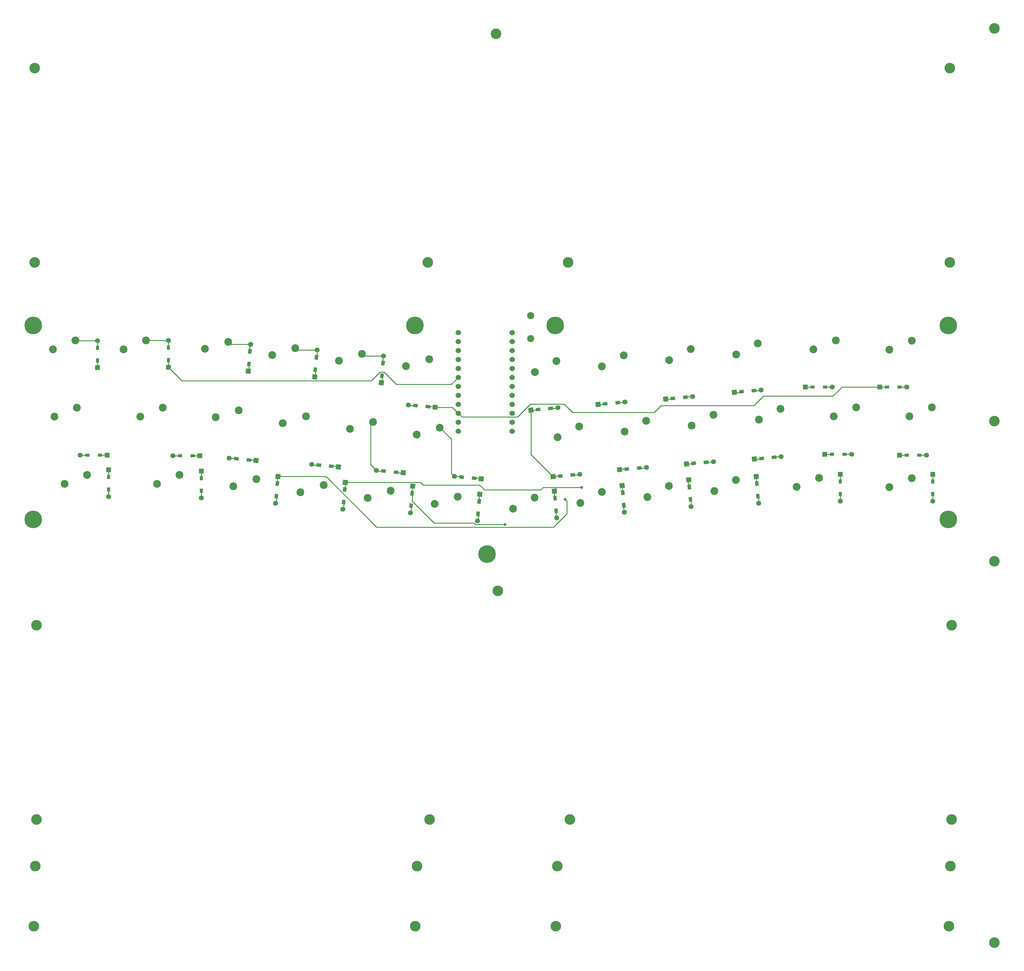
<source format=gtl>
%TF.GenerationSoftware,KiCad,Pcbnew,(5.1.6-0-10_14)*%
%TF.CreationDate,2020-09-01T22:17:50+09:00*%
%TF.ProjectId,cool836,636f6f6c-3833-4362-9e6b-696361645f70,rev?*%
%TF.SameCoordinates,Original*%
%TF.FileFunction,Copper,L1,Top*%
%TF.FilePolarity,Positive*%
%FSLAX46Y46*%
G04 Gerber Fmt 4.6, Leading zero omitted, Abs format (unit mm)*
G04 Created by KiCad (PCBNEW (5.1.6-0-10_14)) date 2020-09-01 22:17:50*
%MOMM*%
%LPD*%
G01*
G04 APERTURE LIST*
%TA.AperFunction,WasherPad*%
%ADD10C,3.000000*%
%TD*%
%TA.AperFunction,WasherPad*%
%ADD11C,5.000000*%
%TD*%
%TA.AperFunction,ComponentPad*%
%ADD12C,1.524000*%
%TD*%
%TA.AperFunction,ComponentPad*%
%ADD13C,2.200000*%
%TD*%
%TA.AperFunction,SMDPad,CuDef*%
%ADD14R,0.950000X1.300000*%
%TD*%
%TA.AperFunction,ComponentPad*%
%ADD15C,1.397000*%
%TD*%
%TA.AperFunction,ComponentPad*%
%ADD16R,1.397000X1.397000*%
%TD*%
%TA.AperFunction,SMDPad,CuDef*%
%ADD17C,0.100000*%
%TD*%
%TA.AperFunction,ComponentPad*%
%ADD18C,0.100000*%
%TD*%
%TA.AperFunction,SMDPad,CuDef*%
%ADD19R,1.300000X0.950000*%
%TD*%
%TA.AperFunction,ComponentPad*%
%ADD20C,2.000000*%
%TD*%
%TA.AperFunction,ViaPad*%
%ADD21C,0.800000*%
%TD*%
%TA.AperFunction,Conductor*%
%ADD22C,0.250000*%
%TD*%
G04 APERTURE END LIST*
D10*
%TO.P,REF\u002A\u002A,*%
%TO.N,*%
X198000000Y-81125000D03*
%TD*%
%TO.P,REF\u002A\u002A,*%
%TO.N,*%
X309275000Y-81125000D03*
%TD*%
%TO.P,REF\u002A\u002A,*%
%TO.N,*%
X158275000Y-81125000D03*
%TD*%
%TO.P,REF\u002A\u002A,*%
%TO.N,*%
X50275000Y-81125000D03*
%TD*%
%TO.P,REF\u002A\u002A,*%
%TO.N,*%
X322175000Y61950000D03*
%TD*%
%TO.P,REF\u002A\u002A,*%
%TO.N,*%
X322175000Y173225000D03*
%TD*%
%TO.P,REF\u002A\u002A,*%
%TO.N,*%
X322175000Y22225000D03*
%TD*%
%TO.P,REF\u002A\u002A,*%
%TO.N,*%
X322175000Y-85775000D03*
%TD*%
%TO.P,REF\u002A\u002A,*%
%TO.N,*%
X158725000Y-64100000D03*
%TD*%
%TO.P,REF\u002A\u002A,*%
%TO.N,*%
X50725000Y-64100000D03*
%TD*%
%TO.P,REF\u002A\u002A,*%
%TO.N,*%
X309725000Y-64100000D03*
%TD*%
%TO.P,REF\u002A\u002A,*%
%TO.N,*%
X198450000Y-64100000D03*
%TD*%
%TO.P,REF\u002A\u002A,*%
%TO.N,*%
X51050000Y4125000D03*
%TD*%
%TO.P,REF\u002A\u002A,*%
%TO.N,*%
X51050000Y-50875000D03*
%TD*%
%TO.P,REF\u002A\u002A,*%
%TO.N,*%
X202050000Y-50875000D03*
%TD*%
%TO.P,REF\u002A\u002A,*%
%TO.N,*%
X162325000Y-50875000D03*
%TD*%
%TO.P,REF\u002A\u002A,*%
%TO.N,*%
X181650000Y13885000D03*
%TD*%
%TO.P,REF\u002A\u002A,*%
%TO.N,*%
X310050000Y4125000D03*
%TD*%
%TO.P,REF\u002A\u002A,*%
%TO.N,*%
X310050000Y-50875000D03*
%TD*%
%TO.P,REF\u002A\u002A,*%
%TO.N,*%
X309525000Y106950000D03*
%TD*%
%TO.P,REF\u002A\u002A,*%
%TO.N,*%
X309525000Y161950000D03*
%TD*%
%TO.P,REF\u002A\u002A,*%
%TO.N,*%
X181125000Y171710000D03*
%TD*%
%TO.P,REF\u002A\u002A,*%
%TO.N,*%
X201525000Y106950000D03*
%TD*%
%TO.P,REF\u002A\u002A,*%
%TO.N,*%
X161800000Y106950000D03*
%TD*%
%TO.P,REF\u002A\u002A,*%
%TO.N,*%
X50525000Y106950000D03*
%TD*%
%TO.P,REF\u002A\u002A,*%
%TO.N,*%
X50525000Y161950000D03*
%TD*%
D11*
%TO.P,REF\u002A\u002A,*%
%TO.N,*%
X197850000Y89075000D03*
%TD*%
D12*
%TO.P,U1,1*%
%TO.N,Net-(U1-Pad1)*%
X170413600Y87053000D03*
%TO.P,U1,2*%
%TO.N,Net-(U1-Pad2)*%
X170413600Y84513000D03*
%TO.P,U1,3*%
%TO.N,GND*%
X170413600Y81973000D03*
%TO.P,U1,4*%
X170413600Y79433000D03*
%TO.P,U1,5*%
%TO.N,col0*%
X170413600Y76893000D03*
%TO.P,U1,6*%
%TO.N,row1*%
X170413600Y74353000D03*
%TO.P,U1,7*%
%TO.N,Net-(U1-Pad7)*%
X170413600Y71813000D03*
%TO.P,U1,8*%
%TO.N,row3*%
X170413600Y69273000D03*
%TO.P,U1,9*%
%TO.N,row4*%
X170413600Y66733000D03*
%TO.P,U1,10*%
%TO.N,row5*%
X170413600Y64193000D03*
%TO.P,U1,11*%
%TO.N,col2*%
X170413600Y61653000D03*
%TO.P,U1,12*%
%TO.N,col1*%
X170413600Y59113000D03*
%TO.P,U1,13*%
%TO.N,col5*%
X185633600Y59113000D03*
%TO.P,U1,14*%
%TO.N,row2*%
X185633600Y61653000D03*
%TO.P,U1,15*%
%TO.N,Net-(U1-Pad15)*%
X185633600Y64193000D03*
%TO.P,U1,16*%
%TO.N,col4*%
X185633600Y66733000D03*
%TO.P,U1,17*%
%TO.N,Net-(U1-Pad17)*%
X185633600Y69273000D03*
%TO.P,U1,18*%
%TO.N,Net-(U1-Pad18)*%
X185633600Y71813000D03*
%TO.P,U1,19*%
%TO.N,row0*%
X185633600Y74353000D03*
%TO.P,U1,20*%
%TO.N,col3*%
X185633600Y76893000D03*
%TO.P,U1,21*%
%TO.N,VCC*%
X185633600Y79433000D03*
%TO.P,U1,22*%
%TO.N,reset*%
X185633600Y81973000D03*
%TO.P,U1,23*%
%TO.N,GND*%
X185633600Y84513000D03*
%TO.P,U1,24*%
%TO.N,Net-(U1-Pad24)*%
X185633600Y87053000D03*
%TD*%
D11*
%TO.P,REF\u002A\u002A,*%
%TO.N,*%
X178525000Y24325000D03*
%TD*%
%TO.P,REF\u002A\u002A,*%
%TO.N,*%
X50125000Y34075000D03*
%TD*%
%TO.P,REF\u002A\u002A,*%
%TO.N,*%
X50125000Y89075000D03*
%TD*%
%TO.P,REF\u002A\u002A,*%
%TO.N,*%
X158125000Y89075000D03*
%TD*%
%TO.P,REF\u002A\u002A,*%
%TO.N,*%
X309125000Y34075000D03*
%TD*%
%TO.P,REF\u002A\u002A,*%
%TO.N,*%
X309125000Y89075000D03*
%TD*%
D13*
%TO.P,SW1,1*%
%TO.N,col0*%
X55715000Y82315000D03*
%TO.P,SW1,2*%
%TO.N,Net-(D1-Pad2)*%
X62065000Y84855000D03*
%TD*%
%TO.P,SW7,2*%
%TO.N,Net-(D7-Pad2)*%
X62465000Y65755000D03*
%TO.P,SW7,1*%
%TO.N,col1*%
X56115000Y63215000D03*
%TD*%
D14*
%TO.P,D1,2*%
%TO.N,Net-(D1-Pad2)*%
X68325000Y82675000D03*
D15*
X68325000Y84710000D03*
D16*
%TO.P,D1,1*%
%TO.N,row0*%
X68325000Y77090000D03*
D14*
X68325000Y79125000D03*
%TD*%
%TO.P,D2,2*%
%TO.N,Net-(D2-Pad2)*%
X88400000Y82825000D03*
D15*
X88400000Y84860000D03*
D16*
%TO.P,D2,1*%
%TO.N,row1*%
X88400000Y77240000D03*
D14*
X88400000Y79275000D03*
%TD*%
%TA.AperFunction,SMDPad,CuDef*%
D17*
%TO.P,D3,2*%
%TO.N,Net-(D3-Pad2)*%
G36*
X111871242Y80979320D02*
G01*
X110924857Y81062118D01*
X111038160Y82357172D01*
X111984545Y82274374D01*
X111871242Y80979320D01*
G37*
%TD.AperFunction*%
D15*
X111632063Y83695502D03*
%TA.AperFunction,ComponentPad*%
D18*
%TO.P,D3,1*%
%TO.N,row2*%
G36*
X111602901Y75347778D02*
G01*
X110211217Y75469534D01*
X110332973Y76861218D01*
X111724657Y76739462D01*
X111602901Y75347778D01*
G37*
%TD.AperFunction*%
%TA.AperFunction,SMDPad,CuDef*%
D17*
G36*
X111561840Y77442828D02*
G01*
X110615455Y77525626D01*
X110728758Y78820680D01*
X111675143Y78737882D01*
X111561840Y77442828D01*
G37*
%TD.AperFunction*%
%TD*%
%TA.AperFunction,SMDPad,CuDef*%
%TO.P,D4,2*%
%TO.N,Net-(D4-Pad2)*%
G36*
X130696242Y79354320D02*
G01*
X129749857Y79437118D01*
X129863160Y80732172D01*
X130809545Y80649374D01*
X130696242Y79354320D01*
G37*
%TD.AperFunction*%
D15*
X130457063Y82070502D03*
%TA.AperFunction,ComponentPad*%
D18*
%TO.P,D4,1*%
%TO.N,row3*%
G36*
X130427901Y73722778D02*
G01*
X129036217Y73844534D01*
X129157973Y75236218D01*
X130549657Y75114462D01*
X130427901Y73722778D01*
G37*
%TD.AperFunction*%
%TA.AperFunction,SMDPad,CuDef*%
D17*
G36*
X130386840Y75817828D02*
G01*
X129440455Y75900626D01*
X129553758Y77195680D01*
X130500143Y77112882D01*
X130386840Y75817828D01*
G37*
%TD.AperFunction*%
%TD*%
%TA.AperFunction,SMDPad,CuDef*%
%TO.P,D5,2*%
%TO.N,Net-(D5-Pad2)*%
G36*
X149546242Y77704320D02*
G01*
X148599857Y77787118D01*
X148713160Y79082172D01*
X149659545Y78999374D01*
X149546242Y77704320D01*
G37*
%TD.AperFunction*%
D15*
X149307063Y80420502D03*
%TA.AperFunction,ComponentPad*%
D18*
%TO.P,D5,1*%
%TO.N,row4*%
G36*
X149277901Y72072778D02*
G01*
X147886217Y72194534D01*
X148007973Y73586218D01*
X149399657Y73464462D01*
X149277901Y72072778D01*
G37*
%TD.AperFunction*%
%TA.AperFunction,SMDPad,CuDef*%
D17*
G36*
X149236840Y74167828D02*
G01*
X148290455Y74250626D01*
X148403758Y75545680D01*
X149350143Y75462882D01*
X149236840Y74167828D01*
G37*
%TD.AperFunction*%
%TD*%
%TA.AperFunction,SMDPad,CuDef*%
%TO.P,D6,2*%
%TO.N,Net-(D6-Pad2)*%
G36*
X158995680Y66796242D02*
G01*
X158912882Y65849857D01*
X157617828Y65963160D01*
X157700626Y66909545D01*
X158995680Y66796242D01*
G37*
%TD.AperFunction*%
D15*
X156279498Y66557063D03*
%TA.AperFunction,ComponentPad*%
D18*
%TO.P,D6,1*%
%TO.N,row5*%
G36*
X164627222Y66527901D02*
G01*
X164505466Y65136217D01*
X163113782Y65257973D01*
X163235538Y66649657D01*
X164627222Y66527901D01*
G37*
%TD.AperFunction*%
%TA.AperFunction,SMDPad,CuDef*%
D17*
G36*
X162532172Y66486840D02*
G01*
X162449374Y65540455D01*
X161154320Y65653758D01*
X161237118Y66600143D01*
X162532172Y66486840D01*
G37*
%TD.AperFunction*%
%TD*%
D19*
%TO.P,D7,1*%
%TO.N,row0*%
X69000000Y52275000D03*
D16*
X71035000Y52275000D03*
D15*
%TO.P,D7,2*%
%TO.N,Net-(D7-Pad2)*%
X63415000Y52275000D03*
D19*
X65450000Y52275000D03*
%TD*%
%TO.P,D8,1*%
%TO.N,row1*%
X95275000Y52100000D03*
D16*
X97310000Y52100000D03*
D15*
%TO.P,D8,2*%
%TO.N,Net-(D8-Pad2)*%
X89690000Y52100000D03*
D19*
X91725000Y52100000D03*
%TD*%
%TA.AperFunction,SMDPad,CuDef*%
D17*
%TO.P,D9,1*%
%TO.N,row2*%
G36*
X111857172Y51386840D02*
G01*
X111774374Y50440455D01*
X110479320Y50553758D01*
X110562118Y51500143D01*
X111857172Y51386840D01*
G37*
%TD.AperFunction*%
%TA.AperFunction,ComponentPad*%
D18*
G36*
X113952222Y51427901D02*
G01*
X113830466Y50036217D01*
X112438782Y50157973D01*
X112560538Y51549657D01*
X113952222Y51427901D01*
G37*
%TD.AperFunction*%
D15*
%TO.P,D9,2*%
%TO.N,Net-(D9-Pad2)*%
X105604498Y51457063D03*
%TA.AperFunction,SMDPad,CuDef*%
D17*
G36*
X108320680Y51696242D02*
G01*
X108237882Y50749857D01*
X106942828Y50863160D01*
X107025626Y51809545D01*
X108320680Y51696242D01*
G37*
%TD.AperFunction*%
%TD*%
%TA.AperFunction,SMDPad,CuDef*%
%TO.P,D10,1*%
%TO.N,row3*%
G36*
X135157172Y49586840D02*
G01*
X135074374Y48640455D01*
X133779320Y48753758D01*
X133862118Y49700143D01*
X135157172Y49586840D01*
G37*
%TD.AperFunction*%
%TA.AperFunction,ComponentPad*%
D18*
G36*
X137252222Y49627901D02*
G01*
X137130466Y48236217D01*
X135738782Y48357973D01*
X135860538Y49749657D01*
X137252222Y49627901D01*
G37*
%TD.AperFunction*%
D15*
%TO.P,D10,2*%
%TO.N,Net-(D10-Pad2)*%
X128904498Y49657063D03*
%TA.AperFunction,SMDPad,CuDef*%
D17*
G36*
X131620680Y49896242D02*
G01*
X131537882Y48949857D01*
X130242828Y49063160D01*
X130325626Y50009545D01*
X131620680Y49896242D01*
G37*
%TD.AperFunction*%
%TD*%
%TA.AperFunction,SMDPad,CuDef*%
%TO.P,D11,1*%
%TO.N,row4*%
G36*
X153507172Y47911840D02*
G01*
X153424374Y46965455D01*
X152129320Y47078758D01*
X152212118Y48025143D01*
X153507172Y47911840D01*
G37*
%TD.AperFunction*%
%TA.AperFunction,ComponentPad*%
D18*
G36*
X155602222Y47952901D02*
G01*
X155480466Y46561217D01*
X154088782Y46682973D01*
X154210538Y48074657D01*
X155602222Y47952901D01*
G37*
%TD.AperFunction*%
D15*
%TO.P,D11,2*%
%TO.N,Net-(D11-Pad2)*%
X147254498Y47982063D03*
%TA.AperFunction,SMDPad,CuDef*%
D17*
G36*
X149970680Y48221242D02*
G01*
X149887882Y47274857D01*
X148592828Y47388160D01*
X148675626Y48334545D01*
X149970680Y48221242D01*
G37*
%TD.AperFunction*%
%TD*%
%TA.AperFunction,SMDPad,CuDef*%
%TO.P,D12,2*%
%TO.N,Net-(D12-Pad2)*%
G36*
X172045680Y46521242D02*
G01*
X171962882Y45574857D01*
X170667828Y45688160D01*
X170750626Y46634545D01*
X172045680Y46521242D01*
G37*
%TD.AperFunction*%
D15*
X169329498Y46282063D03*
%TA.AperFunction,ComponentPad*%
D18*
%TO.P,D12,1*%
%TO.N,row5*%
G36*
X177677222Y46252901D02*
G01*
X177555466Y44861217D01*
X176163782Y44982973D01*
X176285538Y46374657D01*
X177677222Y46252901D01*
G37*
%TD.AperFunction*%
%TA.AperFunction,SMDPad,CuDef*%
D17*
G36*
X175582172Y46211840D02*
G01*
X175499374Y45265455D01*
X174204320Y45378758D01*
X174287118Y46325143D01*
X175582172Y46211840D01*
G37*
%TD.AperFunction*%
%TD*%
D14*
%TO.P,D13,2*%
%TO.N,Net-(D13-Pad2)*%
X71450000Y42550000D03*
D15*
X71450000Y40515000D03*
D16*
%TO.P,D13,1*%
%TO.N,row0*%
X71450000Y48135000D03*
D14*
X71450000Y46100000D03*
%TD*%
%TO.P,D14,2*%
%TO.N,Net-(D14-Pad2)*%
X97700000Y42250000D03*
D15*
X97700000Y40215000D03*
D16*
%TO.P,D14,1*%
%TO.N,row1*%
X97700000Y47835000D03*
D14*
X97700000Y45800000D03*
%TD*%
%TA.AperFunction,SMDPad,CuDef*%
D17*
%TO.P,D15,2*%
%TO.N,Net-(D15-Pad2)*%
G36*
X118503758Y41395680D02*
G01*
X119450143Y41312882D01*
X119336840Y40017828D01*
X118390455Y40100626D01*
X118503758Y41395680D01*
G37*
%TD.AperFunction*%
D15*
X118742937Y38679498D03*
%TA.AperFunction,ComponentPad*%
D18*
%TO.P,D15,1*%
%TO.N,row2*%
G36*
X118772099Y47027222D02*
G01*
X120163783Y46905466D01*
X120042027Y45513782D01*
X118650343Y45635538D01*
X118772099Y47027222D01*
G37*
%TD.AperFunction*%
%TA.AperFunction,SMDPad,CuDef*%
D17*
G36*
X118813160Y44932172D02*
G01*
X119759545Y44849374D01*
X119646242Y43554320D01*
X118699857Y43637118D01*
X118813160Y44932172D01*
G37*
%TD.AperFunction*%
%TD*%
%TA.AperFunction,SMDPad,CuDef*%
%TO.P,D16,2*%
%TO.N,Net-(D16-Pad2)*%
G36*
X137553758Y39720680D02*
G01*
X138500143Y39637882D01*
X138386840Y38342828D01*
X137440455Y38425626D01*
X137553758Y39720680D01*
G37*
%TD.AperFunction*%
D15*
X137792937Y37004498D03*
%TA.AperFunction,ComponentPad*%
D18*
%TO.P,D16,1*%
%TO.N,row3*%
G36*
X137822099Y45352222D02*
G01*
X139213783Y45230466D01*
X139092027Y43838782D01*
X137700343Y43960538D01*
X137822099Y45352222D01*
G37*
%TD.AperFunction*%
%TA.AperFunction,SMDPad,CuDef*%
D17*
G36*
X137863160Y43257172D02*
G01*
X138809545Y43174374D01*
X138696242Y41879320D01*
X137749857Y41962118D01*
X137863160Y43257172D01*
G37*
%TD.AperFunction*%
%TD*%
%TA.AperFunction,SMDPad,CuDef*%
%TO.P,D17,2*%
%TO.N,Net-(D17-Pad2)*%
G36*
X156628758Y38670680D02*
G01*
X157575143Y38587882D01*
X157461840Y37292828D01*
X156515455Y37375626D01*
X156628758Y38670680D01*
G37*
%TD.AperFunction*%
D15*
X156867937Y35954498D03*
%TA.AperFunction,ComponentPad*%
D18*
%TO.P,D17,1*%
%TO.N,row4*%
G36*
X156897099Y44302222D02*
G01*
X158288783Y44180466D01*
X158167027Y42788782D01*
X156775343Y42910538D01*
X156897099Y44302222D01*
G37*
%TD.AperFunction*%
%TA.AperFunction,SMDPad,CuDef*%
D17*
G36*
X156938160Y42207172D02*
G01*
X157884545Y42124374D01*
X157771242Y40829320D01*
X156824857Y40912118D01*
X156938160Y42207172D01*
G37*
%TD.AperFunction*%
%TD*%
%TA.AperFunction,SMDPad,CuDef*%
%TO.P,D18,1*%
%TO.N,row5*%
G36*
X175913160Y39907172D02*
G01*
X176859545Y39824374D01*
X176746242Y38529320D01*
X175799857Y38612118D01*
X175913160Y39907172D01*
G37*
%TD.AperFunction*%
%TA.AperFunction,ComponentPad*%
D18*
G36*
X175872099Y42002222D02*
G01*
X177263783Y41880466D01*
X177142027Y40488782D01*
X175750343Y40610538D01*
X175872099Y42002222D01*
G37*
%TD.AperFunction*%
D15*
%TO.P,D18,2*%
%TO.N,Net-(D18-Pad2)*%
X175842937Y33654498D03*
%TA.AperFunction,SMDPad,CuDef*%
D17*
G36*
X175603758Y36370680D02*
G01*
X176550143Y36287882D01*
X176436840Y34992828D01*
X175490455Y35075626D01*
X175603758Y36370680D01*
G37*
%TD.AperFunction*%
%TD*%
%TA.AperFunction,SMDPad,CuDef*%
%TO.P,D19,1*%
%TO.N,row0*%
G36*
X192418872Y64720156D02*
G01*
X192336074Y65666541D01*
X193631128Y65779844D01*
X193713926Y64833459D01*
X192418872Y64720156D01*
G37*
%TD.AperFunction*%
%TA.AperFunction,ComponentPad*%
D18*
G36*
X190362780Y64315918D02*
G01*
X190241024Y65707602D01*
X191632708Y65829358D01*
X191754464Y64437674D01*
X190362780Y64315918D01*
G37*
%TD.AperFunction*%
D15*
%TO.P,D19,2*%
%TO.N,Net-(D19-Pad2)*%
X198588748Y65736764D03*
%TA.AperFunction,SMDPad,CuDef*%
D17*
G36*
X195955364Y65029558D02*
G01*
X195872566Y65975943D01*
X197167620Y66089246D01*
X197250418Y65142861D01*
X195955364Y65029558D01*
G37*
%TD.AperFunction*%
%TD*%
%TA.AperFunction,SMDPad,CuDef*%
%TO.P,D20,1*%
%TO.N,row1*%
G36*
X211400626Y66340455D02*
G01*
X211317828Y67286840D01*
X212612882Y67400143D01*
X212695680Y66453758D01*
X211400626Y66340455D01*
G37*
%TD.AperFunction*%
%TA.AperFunction,ComponentPad*%
D18*
G36*
X209344534Y65936217D02*
G01*
X209222778Y67327901D01*
X210614462Y67449657D01*
X210736218Y66057973D01*
X209344534Y65936217D01*
G37*
%TD.AperFunction*%
D15*
%TO.P,D20,2*%
%TO.N,Net-(D20-Pad2)*%
X217570502Y67357063D03*
%TA.AperFunction,SMDPad,CuDef*%
D17*
G36*
X214937118Y66649857D02*
G01*
X214854320Y67596242D01*
X216149374Y67709545D01*
X216232172Y66763160D01*
X214937118Y66649857D01*
G37*
%TD.AperFunction*%
%TD*%
%TA.AperFunction,SMDPad,CuDef*%
%TO.P,D21,1*%
%TO.N,row2*%
G36*
X230550626Y67865455D02*
G01*
X230467828Y68811840D01*
X231762882Y68925143D01*
X231845680Y67978758D01*
X230550626Y67865455D01*
G37*
%TD.AperFunction*%
%TA.AperFunction,ComponentPad*%
D18*
G36*
X228494534Y67461217D02*
G01*
X228372778Y68852901D01*
X229764462Y68974657D01*
X229886218Y67582973D01*
X228494534Y67461217D01*
G37*
%TD.AperFunction*%
D15*
%TO.P,D21,2*%
%TO.N,Net-(D21-Pad2)*%
X236720502Y68882063D03*
%TA.AperFunction,SMDPad,CuDef*%
D17*
G36*
X234087118Y68174857D02*
G01*
X234004320Y69121242D01*
X235299374Y69234545D01*
X235382172Y68288160D01*
X234087118Y68174857D01*
G37*
%TD.AperFunction*%
%TD*%
%TA.AperFunction,SMDPad,CuDef*%
%TO.P,D22,1*%
%TO.N,row3*%
G36*
X249975626Y69765455D02*
G01*
X249892828Y70711840D01*
X251187882Y70825143D01*
X251270680Y69878758D01*
X249975626Y69765455D01*
G37*
%TD.AperFunction*%
%TA.AperFunction,ComponentPad*%
D18*
G36*
X247919534Y69361217D02*
G01*
X247797778Y70752901D01*
X249189462Y70874657D01*
X249311218Y69482973D01*
X247919534Y69361217D01*
G37*
%TD.AperFunction*%
D15*
%TO.P,D22,2*%
%TO.N,Net-(D22-Pad2)*%
X256145502Y70782063D03*
%TA.AperFunction,SMDPad,CuDef*%
D17*
G36*
X253512118Y70074857D02*
G01*
X253429320Y71021242D01*
X254724374Y71134545D01*
X254807172Y70188160D01*
X253512118Y70074857D01*
G37*
%TD.AperFunction*%
%TD*%
D19*
%TO.P,D23,1*%
%TO.N,row4*%
X270650000Y71625000D03*
D16*
X268615000Y71625000D03*
D15*
%TO.P,D23,2*%
%TO.N,Net-(D23-Pad2)*%
X276235000Y71625000D03*
D19*
X274200000Y71625000D03*
%TD*%
%TO.P,D24,2*%
%TO.N,Net-(D24-Pad2)*%
X295350000Y71625000D03*
D15*
X297385000Y71625000D03*
D16*
%TO.P,D24,1*%
%TO.N,row5*%
X289765000Y71625000D03*
D19*
X291800000Y71625000D03*
%TD*%
%TA.AperFunction,SMDPad,CuDef*%
D17*
%TO.P,D25,2*%
%TO.N,Net-(D25-Pad2)*%
G36*
X202212118Y46174857D02*
G01*
X202129320Y47121242D01*
X203424374Y47234545D01*
X203507172Y46288160D01*
X202212118Y46174857D01*
G37*
%TD.AperFunction*%
D15*
X204845502Y46882063D03*
%TA.AperFunction,ComponentPad*%
D18*
%TO.P,D25,1*%
%TO.N,row0*%
G36*
X196619534Y45461217D02*
G01*
X196497778Y46852901D01*
X197889462Y46974657D01*
X198011218Y45582973D01*
X196619534Y45461217D01*
G37*
%TD.AperFunction*%
%TA.AperFunction,SMDPad,CuDef*%
D17*
G36*
X198675626Y45865455D02*
G01*
X198592828Y46811840D01*
X199887882Y46925143D01*
X199970680Y45978758D01*
X198675626Y45865455D01*
G37*
%TD.AperFunction*%
%TD*%
%TA.AperFunction,SMDPad,CuDef*%
%TO.P,D26,2*%
%TO.N,Net-(D26-Pad2)*%
G36*
X221030364Y48154558D02*
G01*
X220947566Y49100943D01*
X222242620Y49214246D01*
X222325418Y48267861D01*
X221030364Y48154558D01*
G37*
%TD.AperFunction*%
D15*
X223663748Y48861764D03*
%TA.AperFunction,ComponentPad*%
D18*
%TO.P,D26,1*%
%TO.N,row1*%
G36*
X215437780Y47440918D02*
G01*
X215316024Y48832602D01*
X216707708Y48954358D01*
X216829464Y47562674D01*
X215437780Y47440918D01*
G37*
%TD.AperFunction*%
%TA.AperFunction,SMDPad,CuDef*%
D17*
G36*
X217493872Y47845156D02*
G01*
X217411074Y48791541D01*
X218706128Y48904844D01*
X218788926Y47958459D01*
X217493872Y47845156D01*
G37*
%TD.AperFunction*%
%TD*%
%TA.AperFunction,SMDPad,CuDef*%
%TO.P,D27,2*%
%TO.N,Net-(D27-Pad2)*%
G36*
X239980364Y49779558D02*
G01*
X239897566Y50725943D01*
X241192620Y50839246D01*
X241275418Y49892861D01*
X239980364Y49779558D01*
G37*
%TD.AperFunction*%
D15*
X242613748Y50486764D03*
%TA.AperFunction,ComponentPad*%
D18*
%TO.P,D27,1*%
%TO.N,row2*%
G36*
X234387780Y49065918D02*
G01*
X234266024Y50457602D01*
X235657708Y50579358D01*
X235779464Y49187674D01*
X234387780Y49065918D01*
G37*
%TD.AperFunction*%
%TA.AperFunction,SMDPad,CuDef*%
D17*
G36*
X236443872Y49470156D02*
G01*
X236361074Y50416541D01*
X237656128Y50529844D01*
X237738926Y49583459D01*
X236443872Y49470156D01*
G37*
%TD.AperFunction*%
%TD*%
%TA.AperFunction,SMDPad,CuDef*%
%TO.P,D28,2*%
%TO.N,Net-(D28-Pad2)*%
G36*
X259187118Y51174857D02*
G01*
X259104320Y52121242D01*
X260399374Y52234545D01*
X260482172Y51288160D01*
X259187118Y51174857D01*
G37*
%TD.AperFunction*%
D15*
X261820502Y51882063D03*
%TA.AperFunction,ComponentPad*%
D18*
%TO.P,D28,1*%
%TO.N,row3*%
G36*
X253594534Y50461217D02*
G01*
X253472778Y51852901D01*
X254864462Y51974657D01*
X254986218Y50582973D01*
X253594534Y50461217D01*
G37*
%TD.AperFunction*%
%TA.AperFunction,SMDPad,CuDef*%
D17*
G36*
X255650626Y50865455D02*
G01*
X255567828Y51811840D01*
X256862882Y51925143D01*
X256945680Y50978758D01*
X255650626Y50865455D01*
G37*
%TD.AperFunction*%
%TD*%
D19*
%TO.P,D29,2*%
%TO.N,Net-(D29-Pad2)*%
X279750000Y52550000D03*
D15*
X281785000Y52550000D03*
D16*
%TO.P,D29,1*%
%TO.N,row4*%
X274165000Y52550000D03*
D19*
X276200000Y52550000D03*
%TD*%
%TO.P,D30,1*%
%TO.N,row5*%
X297375000Y52325000D03*
D16*
X295340000Y52325000D03*
D15*
%TO.P,D30,2*%
%TO.N,Net-(D30-Pad2)*%
X302960000Y52325000D03*
D19*
X300925000Y52325000D03*
%TD*%
%TA.AperFunction,SMDPad,CuDef*%
D17*
%TO.P,D31,1*%
%TO.N,row0*%
G36*
X197290455Y40699374D02*
G01*
X198236840Y40782172D01*
X198350143Y39487118D01*
X197403758Y39404320D01*
X197290455Y40699374D01*
G37*
%TD.AperFunction*%
%TA.AperFunction,ComponentPad*%
D18*
G36*
X196886217Y42755466D02*
G01*
X198277901Y42877222D01*
X198399657Y41485538D01*
X197007973Y41363782D01*
X196886217Y42755466D01*
G37*
%TD.AperFunction*%
D15*
%TO.P,D31,2*%
%TO.N,Net-(D31-Pad2)*%
X198307063Y34529498D03*
%TA.AperFunction,SMDPad,CuDef*%
D17*
G36*
X197599857Y37162882D02*
G01*
X198546242Y37245680D01*
X198659545Y35950626D01*
X197713160Y35867828D01*
X197599857Y37162882D01*
G37*
%TD.AperFunction*%
%TD*%
%TA.AperFunction,SMDPad,CuDef*%
%TO.P,D32,1*%
%TO.N,row1*%
G36*
X216445156Y42281128D02*
G01*
X217391541Y42363926D01*
X217504844Y41068872D01*
X216558459Y40986074D01*
X216445156Y42281128D01*
G37*
%TD.AperFunction*%
%TA.AperFunction,ComponentPad*%
D18*
G36*
X216040918Y44337220D02*
G01*
X217432602Y44458976D01*
X217554358Y43067292D01*
X216162674Y42945536D01*
X216040918Y44337220D01*
G37*
%TD.AperFunction*%
D15*
%TO.P,D32,2*%
%TO.N,Net-(D32-Pad2)*%
X217461764Y36111252D03*
%TA.AperFunction,SMDPad,CuDef*%
D17*
G36*
X216754558Y38744636D02*
G01*
X217700943Y38827434D01*
X217814246Y37532380D01*
X216867861Y37449582D01*
X216754558Y38744636D01*
G37*
%TD.AperFunction*%
%TD*%
%TA.AperFunction,SMDPad,CuDef*%
%TO.P,D33,1*%
%TO.N,row2*%
G36*
X235290455Y43899374D02*
G01*
X236236840Y43982172D01*
X236350143Y42687118D01*
X235403758Y42604320D01*
X235290455Y43899374D01*
G37*
%TD.AperFunction*%
%TA.AperFunction,ComponentPad*%
D18*
G36*
X234886217Y45955466D02*
G01*
X236277901Y46077222D01*
X236399657Y44685538D01*
X235007973Y44563782D01*
X234886217Y45955466D01*
G37*
%TD.AperFunction*%
D15*
%TO.P,D33,2*%
%TO.N,Net-(D33-Pad2)*%
X236307063Y37729498D03*
%TA.AperFunction,SMDPad,CuDef*%
D17*
G36*
X235599857Y40362882D02*
G01*
X236546242Y40445680D01*
X236659545Y39150626D01*
X235713160Y39067828D01*
X235599857Y40362882D01*
G37*
%TD.AperFunction*%
%TD*%
%TA.AperFunction,SMDPad,CuDef*%
%TO.P,D34,1*%
%TO.N,row3*%
G36*
X254390455Y44874374D02*
G01*
X255336840Y44957172D01*
X255450143Y43662118D01*
X254503758Y43579320D01*
X254390455Y44874374D01*
G37*
%TD.AperFunction*%
%TA.AperFunction,ComponentPad*%
D18*
G36*
X253986217Y46930466D02*
G01*
X255377901Y47052222D01*
X255499657Y45660538D01*
X254107973Y45538782D01*
X253986217Y46930466D01*
G37*
%TD.AperFunction*%
D15*
%TO.P,D34,2*%
%TO.N,Net-(D34-Pad2)*%
X255407063Y38704498D03*
%TA.AperFunction,SMDPad,CuDef*%
D17*
G36*
X254699857Y41337882D02*
G01*
X255646242Y41420680D01*
X255759545Y40125626D01*
X254813160Y40042828D01*
X254699857Y41337882D01*
G37*
%TD.AperFunction*%
%TD*%
D14*
%TO.P,D35,1*%
%TO.N,row4*%
X278575000Y44850000D03*
D16*
X278575000Y46885000D03*
D15*
%TO.P,D35,2*%
%TO.N,Net-(D35-Pad2)*%
X278575000Y39265000D03*
D14*
X278575000Y41300000D03*
%TD*%
%TO.P,D36,1*%
%TO.N,row5*%
X304700000Y44850000D03*
D16*
X304700000Y46885000D03*
D15*
%TO.P,D36,2*%
%TO.N,Net-(D36-Pad2)*%
X304700000Y39265000D03*
D14*
X304700000Y41300000D03*
%TD*%
D13*
%TO.P,SW2,1*%
%TO.N,col0*%
X75715000Y82315000D03*
%TO.P,SW2,2*%
%TO.N,Net-(D2-Pad2)*%
X82065000Y84855000D03*
%TD*%
%TO.P,SW3,1*%
%TO.N,col0*%
X98750874Y82437398D03*
%TO.P,SW3,2*%
%TO.N,Net-(D3-Pad2)*%
X105298086Y84414293D03*
%TD*%
%TO.P,SW4,1*%
%TO.N,col0*%
X117750874Y80637398D03*
%TO.P,SW4,2*%
%TO.N,Net-(D4-Pad2)*%
X124298086Y82614293D03*
%TD*%
%TO.P,SW5,1*%
%TO.N,col0*%
X136650874Y79037398D03*
%TO.P,SW5,2*%
%TO.N,Net-(D5-Pad2)*%
X143198086Y81014293D03*
%TD*%
%TO.P,SW6,1*%
%TO.N,col0*%
X155650874Y77537398D03*
%TO.P,SW6,2*%
%TO.N,Net-(D6-Pad2)*%
X162198086Y79514293D03*
%TD*%
%TO.P,SW8,2*%
%TO.N,Net-(D8-Pad2)*%
X86765000Y65755000D03*
%TO.P,SW8,1*%
%TO.N,col1*%
X80415000Y63215000D03*
%TD*%
%TO.P,SW9,2*%
%TO.N,Net-(D9-Pad2)*%
X108298086Y65014293D03*
%TO.P,SW9,1*%
%TO.N,col1*%
X101750874Y63037398D03*
%TD*%
%TO.P,SW10,2*%
%TO.N,Net-(D10-Pad2)*%
X127298086Y63314293D03*
%TO.P,SW10,1*%
%TO.N,col1*%
X120750874Y61337398D03*
%TD*%
%TO.P,SW11,2*%
%TO.N,Net-(D11-Pad2)*%
X146298086Y61714293D03*
%TO.P,SW11,1*%
%TO.N,col1*%
X139750874Y59737398D03*
%TD*%
%TO.P,SW12,2*%
%TO.N,Net-(D12-Pad2)*%
X165198086Y60114293D03*
%TO.P,SW12,1*%
%TO.N,col1*%
X158650874Y58137398D03*
%TD*%
%TO.P,SW13,1*%
%TO.N,col2*%
X59015000Y44215000D03*
%TO.P,SW13,2*%
%TO.N,Net-(D13-Pad2)*%
X65365000Y46755000D03*
%TD*%
%TO.P,SW14,1*%
%TO.N,col2*%
X85215000Y44215000D03*
%TO.P,SW14,2*%
%TO.N,Net-(D14-Pad2)*%
X91565000Y46755000D03*
%TD*%
%TO.P,SW15,1*%
%TO.N,col2*%
X106750874Y43537398D03*
%TO.P,SW15,2*%
%TO.N,Net-(D15-Pad2)*%
X113298086Y45514293D03*
%TD*%
%TO.P,SW16,1*%
%TO.N,col2*%
X125750874Y41837398D03*
%TO.P,SW16,2*%
%TO.N,Net-(D16-Pad2)*%
X132298086Y43814293D03*
%TD*%
%TO.P,SW17,1*%
%TO.N,col2*%
X144750874Y40237398D03*
%TO.P,SW17,2*%
%TO.N,Net-(D17-Pad2)*%
X151298086Y42214293D03*
%TD*%
%TO.P,SW18,1*%
%TO.N,col2*%
X163750874Y38537398D03*
%TO.P,SW18,2*%
%TO.N,Net-(D18-Pad2)*%
X170298086Y40514293D03*
%TD*%
%TO.P,SW19,2*%
%TO.N,Net-(D19-Pad2)*%
X198212583Y78957045D03*
%TO.P,SW19,1*%
%TO.N,col3*%
X192108123Y75873271D03*
%TD*%
%TO.P,SW20,2*%
%TO.N,Net-(D20-Pad2)*%
X217212583Y80557045D03*
%TO.P,SW20,1*%
%TO.N,col3*%
X211108123Y77473271D03*
%TD*%
%TO.P,SW21,2*%
%TO.N,Net-(D21-Pad2)*%
X236212583Y82357045D03*
%TO.P,SW21,1*%
%TO.N,col3*%
X230108123Y79273271D03*
%TD*%
%TO.P,SW22,2*%
%TO.N,Net-(D22-Pad2)*%
X255212583Y83957045D03*
%TO.P,SW22,1*%
%TO.N,col3*%
X249108123Y80873271D03*
%TD*%
%TO.P,SW23,2*%
%TO.N,Net-(D23-Pad2)*%
X277265000Y84855000D03*
%TO.P,SW23,1*%
%TO.N,col3*%
X270915000Y82315000D03*
%TD*%
%TO.P,SW24,2*%
%TO.N,Net-(D24-Pad2)*%
X298765000Y84755000D03*
%TO.P,SW24,1*%
%TO.N,col3*%
X292415000Y82215000D03*
%TD*%
%TO.P,SW25,1*%
%TO.N,col4*%
X198508123Y57373271D03*
%TO.P,SW25,2*%
%TO.N,Net-(D25-Pad2)*%
X204612583Y60457045D03*
%TD*%
%TO.P,SW26,1*%
%TO.N,col4*%
X217508123Y58973271D03*
%TO.P,SW26,2*%
%TO.N,Net-(D26-Pad2)*%
X223612583Y62057045D03*
%TD*%
%TO.P,SW27,1*%
%TO.N,col4*%
X236508123Y60673271D03*
%TO.P,SW27,2*%
%TO.N,Net-(D27-Pad2)*%
X242612583Y63757045D03*
%TD*%
%TO.P,SW28,1*%
%TO.N,col4*%
X255508123Y62373271D03*
%TO.P,SW28,2*%
%TO.N,Net-(D28-Pad2)*%
X261612583Y65457045D03*
%TD*%
%TO.P,SW29,1*%
%TO.N,col4*%
X276715000Y63315000D03*
%TO.P,SW29,2*%
%TO.N,Net-(D29-Pad2)*%
X283065000Y65855000D03*
%TD*%
%TO.P,SW30,1*%
%TO.N,col4*%
X298115000Y63315000D03*
%TO.P,SW30,2*%
%TO.N,Net-(D30-Pad2)*%
X304465000Y65855000D03*
%TD*%
%TO.P,SW31,2*%
%TO.N,Net-(D31-Pad2)*%
X192012583Y40257045D03*
%TO.P,SW31,1*%
%TO.N,col5*%
X185908123Y37173271D03*
%TD*%
%TO.P,SW32,2*%
%TO.N,Net-(D32-Pad2)*%
X211112583Y41857045D03*
%TO.P,SW32,1*%
%TO.N,col5*%
X205008123Y38773271D03*
%TD*%
%TO.P,SW33,2*%
%TO.N,Net-(D33-Pad2)*%
X230012583Y43557045D03*
%TO.P,SW33,1*%
%TO.N,col5*%
X223908123Y40473271D03*
%TD*%
%TO.P,SW34,2*%
%TO.N,Net-(D34-Pad2)*%
X249012583Y45257045D03*
%TO.P,SW34,1*%
%TO.N,col5*%
X242908123Y42173271D03*
%TD*%
%TO.P,SW35,2*%
%TO.N,Net-(D35-Pad2)*%
X272565000Y45855000D03*
%TO.P,SW35,1*%
%TO.N,col5*%
X266215000Y43315000D03*
%TD*%
%TO.P,SW36,2*%
%TO.N,Net-(D36-Pad2)*%
X298765000Y45755000D03*
%TO.P,SW36,1*%
%TO.N,col5*%
X292415000Y43215000D03*
%TD*%
D20*
%TO.P,SW37,1*%
%TO.N,reset*%
X190950000Y85350000D03*
%TO.P,SW37,2*%
%TO.N,GND*%
X190950000Y91850000D03*
%TD*%
D21*
%TO.N,row2*%
X200625000Y39775000D03*
%TO.N,row3*%
X205352232Y43202232D03*
%TO.N,row4*%
X183625000Y32650000D03*
%TD*%
D22*
%TO.N,Net-(D1-Pad2)*%
X68325000Y84710000D02*
X68325000Y82675000D01*
X62210000Y84710000D02*
X62065000Y84855000D01*
X68325000Y84710000D02*
X62210000Y84710000D01*
%TO.N,row0*%
X68325000Y79125000D02*
X68325000Y77090000D01*
X71450000Y46100000D02*
X71450000Y48135000D01*
X69000000Y52275000D02*
X71035000Y52275000D01*
X197431860Y46395299D02*
X197254498Y46217937D01*
X199281754Y46395299D02*
X197431860Y46395299D01*
X192847638Y65072638D02*
X193025000Y65250000D01*
X190997744Y65072638D02*
X192847638Y65072638D01*
X190997744Y52474691D02*
X197254498Y46217937D01*
X190997744Y65072638D02*
X190997744Y52474691D01*
X197642937Y40270608D02*
X197820299Y40093246D01*
X197642937Y42120502D02*
X197642937Y40270608D01*
%TO.N,Net-(D2-Pad2)*%
X82070000Y84860000D02*
X82065000Y84855000D01*
X88400000Y84860000D02*
X82070000Y84860000D01*
X88400000Y84860000D02*
X88400000Y82825000D01*
%TO.N,row1*%
X88400000Y79275000D02*
X88400000Y77240000D01*
X97310000Y52100000D02*
X95275000Y52100000D01*
X97700000Y47835000D02*
X97700000Y45800000D01*
X216250106Y48375000D02*
X216072744Y48197638D01*
X218100000Y48375000D02*
X216250106Y48375000D01*
X216797638Y41852362D02*
X216975000Y41675000D01*
X216797638Y43702256D02*
X216797638Y41852362D01*
X211829392Y66692937D02*
X212006754Y66870299D01*
X209979498Y66692937D02*
X211829392Y66692937D01*
X92242232Y73397768D02*
X88400000Y77240000D01*
X145796211Y73397768D02*
X92242232Y73397768D01*
X148269133Y75870690D02*
X145796211Y73397768D01*
X168410599Y72349999D02*
X152922662Y72349999D01*
X149401971Y75870690D02*
X148269133Y75870690D01*
X152922662Y72349999D02*
X149401971Y75870690D01*
X170413600Y74353000D02*
X168410599Y72349999D01*
%TO.N,Net-(D3-Pad2)*%
X111454701Y83518140D02*
X111632063Y83695502D01*
X111454701Y81668246D02*
X111454701Y83518140D01*
X106016877Y83695502D02*
X105298086Y84414293D01*
X111632063Y83695502D02*
X106016877Y83695502D01*
%TO.N,row2*%
X201175001Y39224999D02*
X200625000Y39775000D01*
X119407063Y46270502D02*
X132981837Y46270502D01*
X147327340Y31924999D02*
X197348001Y31924999D01*
X132981837Y46270502D02*
X147327340Y31924999D01*
X111145299Y76281860D02*
X110967937Y76104498D01*
X111145299Y78131754D02*
X111145299Y76281860D01*
X119229701Y46093140D02*
X119407063Y46270502D01*
X119229701Y44243246D02*
X119229701Y46093140D01*
X113018140Y50970299D02*
X113195502Y50792937D01*
X111168246Y50970299D02*
X113018140Y50970299D01*
X236872638Y49822638D02*
X237050000Y50000000D01*
X235022744Y49822638D02*
X236872638Y49822638D01*
X235642937Y43470608D02*
X235820299Y43293246D01*
X235642937Y45320502D02*
X235642937Y43470608D01*
X230979392Y68217937D02*
X231156754Y68395299D01*
X229129498Y68217937D02*
X230979392Y68217937D01*
X197348001Y31924999D02*
X201175001Y35751999D01*
X201175001Y35751999D02*
X201175001Y39224999D01*
%TO.N,Net-(D4-Pad2)*%
X124841877Y82070502D02*
X124298086Y82614293D01*
X130457063Y82070502D02*
X124841877Y82070502D01*
X130457063Y80220608D02*
X130279701Y80043246D01*
X130457063Y82070502D02*
X130457063Y80220608D01*
%TO.N,row3*%
X129970299Y74656860D02*
X129792937Y74479498D01*
X129970299Y76506754D02*
X129970299Y74656860D01*
X136318140Y49170299D02*
X136495502Y48992937D01*
X134468246Y49170299D02*
X136318140Y49170299D01*
X138457063Y42745608D02*
X138279701Y42568246D01*
X138457063Y44595502D02*
X138457063Y42745608D01*
X254742937Y44445608D02*
X254920299Y44268246D01*
X254742937Y46295502D02*
X254742937Y44445608D01*
X256079392Y51217937D02*
X256256754Y51395299D01*
X254229498Y51217937D02*
X256079392Y51217937D01*
X250404392Y70117937D02*
X250581754Y70295299D01*
X248554498Y70117937D02*
X250404392Y70117937D01*
X138488793Y44627232D02*
X159747768Y44627232D01*
X176470493Y43865489D02*
X177855491Y42480491D01*
X160509511Y43865489D02*
X176470493Y43865489D01*
X159747768Y44627232D02*
X160509511Y43865489D01*
X138457063Y44595502D02*
X138488793Y44627232D01*
X192094509Y42480491D02*
X193755491Y42480491D01*
X177855491Y42480491D02*
X192094509Y42480491D01*
X192094509Y42480491D02*
X192444509Y42480491D01*
X194477232Y43202232D02*
X205352232Y43202232D01*
X193755491Y42480491D02*
X194477232Y43202232D01*
%TO.N,Net-(D5-Pad2)*%
X149129701Y80243140D02*
X149307063Y80420502D01*
X149129701Y78393246D02*
X149129701Y80243140D01*
X143791877Y80420502D02*
X143198086Y81014293D01*
X149307063Y80420502D02*
X143791877Y80420502D01*
%TO.N,row4*%
X148820299Y73006860D02*
X148642937Y72829498D01*
X148820299Y74856754D02*
X148820299Y73006860D01*
X152995608Y47317937D02*
X152818246Y47495299D01*
X154845502Y47317937D02*
X152995608Y47317937D01*
X157354701Y43368140D02*
X157532063Y43545502D01*
X157354701Y41518246D02*
X157354701Y43368140D01*
X274165000Y52550000D02*
X276200000Y52550000D01*
X268615000Y71625000D02*
X270650000Y71625000D01*
X278575000Y46885000D02*
X278575000Y44850000D01*
X175351656Y32630997D02*
X183605997Y32630997D01*
X183605997Y32630997D02*
X183625000Y32650000D01*
X174932653Y33050000D02*
X175351656Y32630997D01*
X163593080Y33050000D02*
X174932653Y33050000D01*
X157354701Y39288379D02*
X163593080Y33050000D01*
X157354701Y41518246D02*
X157354701Y39288379D01*
%TO.N,Net-(D6-Pad2)*%
X156456860Y66379701D02*
X156279498Y66557063D01*
X158306754Y66379701D02*
X156456860Y66379701D01*
%TO.N,row5*%
X163693140Y66070299D02*
X163870502Y65892937D01*
X161843246Y66070299D02*
X163693140Y66070299D01*
X176743140Y45795299D02*
X176920502Y45617937D01*
X174893246Y45795299D02*
X176743140Y45795299D01*
X176329701Y41068140D02*
X176507063Y41245502D01*
X176329701Y39218246D02*
X176329701Y41068140D01*
X289765000Y71625000D02*
X291800000Y71625000D01*
X295340000Y52325000D02*
X297375000Y52325000D01*
X304700000Y46885000D02*
X304700000Y44850000D01*
X168713663Y65892937D02*
X170413600Y64193000D01*
X163870502Y65892937D02*
X168713663Y65892937D01*
X279025000Y71625000D02*
X289765000Y71625000D01*
X256775000Y69075000D02*
X276475000Y69075000D01*
X190834053Y66760265D02*
X200418365Y66760265D01*
X227875000Y66375000D02*
X254075000Y66375000D01*
X200418365Y66760265D02*
X202778630Y64400000D01*
X254075000Y66375000D02*
X256775000Y69075000D01*
X171500601Y63105999D02*
X187179787Y63105999D01*
X202778630Y64400000D02*
X225900000Y64400000D01*
X276475000Y69075000D02*
X279025000Y71625000D01*
X187179787Y63105999D02*
X190834053Y66760265D01*
X225900000Y64400000D02*
X227875000Y66375000D01*
X170413600Y64193000D02*
X171500601Y63105999D01*
%TO.N,Net-(D7-Pad2)*%
X65450000Y52275000D02*
X63415000Y52275000D01*
%TO.N,Net-(D8-Pad2)*%
X91725000Y52100000D02*
X89690000Y52100000D01*
%TO.N,Net-(D9-Pad2)*%
X107454392Y51457063D02*
X107631754Y51279701D01*
X105604498Y51457063D02*
X107454392Y51457063D01*
%TO.N,Net-(D10-Pad2)*%
X129081860Y49479701D02*
X128904498Y49657063D01*
X130931754Y49479701D02*
X129081860Y49479701D01*
%TO.N,Net-(D11-Pad2)*%
X147431860Y47804701D02*
X147254498Y47982063D01*
X149281754Y47804701D02*
X147431860Y47804701D01*
X145650001Y61066208D02*
X146298086Y61714293D01*
X145650001Y49586560D02*
X145650001Y61066208D01*
X147254498Y47982063D02*
X145650001Y49586560D01*
%TO.N,Net-(D12-Pad2)*%
X171179392Y46282063D02*
X171356754Y46104701D01*
X169329498Y46282063D02*
X171179392Y46282063D01*
X168460670Y56851709D02*
X165198086Y60114293D01*
X168460670Y47150891D02*
X168460670Y56851709D01*
X169329498Y46282063D02*
X168460670Y47150891D01*
%TO.N,Net-(D13-Pad2)*%
X71450000Y42550000D02*
X71450000Y40515000D01*
%TO.N,Net-(D14-Pad2)*%
X97700000Y42250000D02*
X97700000Y40215000D01*
%TO.N,Net-(D15-Pad2)*%
X118920299Y38856860D02*
X118742937Y38679498D01*
X118920299Y40706754D02*
X118920299Y38856860D01*
%TO.N,Net-(D16-Pad2)*%
X137970299Y37181860D02*
X137792937Y37004498D01*
X137970299Y39031754D02*
X137970299Y37181860D01*
%TO.N,Net-(D17-Pad2)*%
X157045299Y36131860D02*
X156867937Y35954498D01*
X157045299Y37981754D02*
X157045299Y36131860D01*
%TO.N,Net-(D18-Pad2)*%
X176020299Y33831860D02*
X175842937Y33654498D01*
X176020299Y35681754D02*
X176020299Y33831860D01*
%TO.N,Net-(D19-Pad2)*%
X198411386Y65559402D02*
X198588748Y65736764D01*
X196561492Y65559402D02*
X198411386Y65559402D01*
%TO.N,Net-(D20-Pad2)*%
X217393140Y67179701D02*
X217570502Y67357063D01*
X215543246Y67179701D02*
X217393140Y67179701D01*
%TO.N,Net-(D21-Pad2)*%
X234870608Y68882063D02*
X234693246Y68704701D01*
X236720502Y68882063D02*
X234870608Y68882063D01*
%TO.N,Net-(D22-Pad2)*%
X255968140Y70604701D02*
X256145502Y70782063D01*
X254118246Y70604701D02*
X255968140Y70604701D01*
%TO.N,Net-(D23-Pad2)*%
X274200000Y71625000D02*
X276235000Y71625000D01*
%TO.N,Net-(D24-Pad2)*%
X295350000Y71625000D02*
X297385000Y71625000D01*
%TO.N,Net-(D25-Pad2)*%
X204668140Y46704701D02*
X204845502Y46882063D01*
X202818246Y46704701D02*
X204668140Y46704701D01*
%TO.N,Net-(D26-Pad2)*%
X223486386Y48684402D02*
X223663748Y48861764D01*
X221636492Y48684402D02*
X223486386Y48684402D01*
%TO.N,Net-(D27-Pad2)*%
X242436386Y50309402D02*
X242613748Y50486764D01*
X240586492Y50309402D02*
X242436386Y50309402D01*
%TO.N,Net-(D28-Pad2)*%
X259970608Y51882063D02*
X259793246Y51704701D01*
X261820502Y51882063D02*
X259970608Y51882063D01*
%TO.N,Net-(D29-Pad2)*%
X279750000Y52550000D02*
X281785000Y52550000D01*
%TO.N,Net-(D30-Pad2)*%
X302960000Y52325000D02*
X300925000Y52325000D01*
%TO.N,Net-(D31-Pad2)*%
X198129701Y34706860D02*
X198307063Y34529498D01*
X198129701Y36556754D02*
X198129701Y34706860D01*
%TO.N,Net-(D32-Pad2)*%
X217284402Y36288614D02*
X217461764Y36111252D01*
X217284402Y38138508D02*
X217284402Y36288614D01*
%TO.N,Net-(D33-Pad2)*%
X236307063Y39579392D02*
X236129701Y39756754D01*
X236307063Y37729498D02*
X236307063Y39579392D01*
%TO.N,Net-(D34-Pad2)*%
X255407063Y40554392D02*
X255229701Y40731754D01*
X255407063Y38704498D02*
X255407063Y40554392D01*
%TO.N,Net-(D35-Pad2)*%
X278575000Y39265000D02*
X278575000Y41300000D01*
%TO.N,Net-(D36-Pad2)*%
X304700000Y39265000D02*
X304700000Y41300000D01*
%TD*%
M02*

</source>
